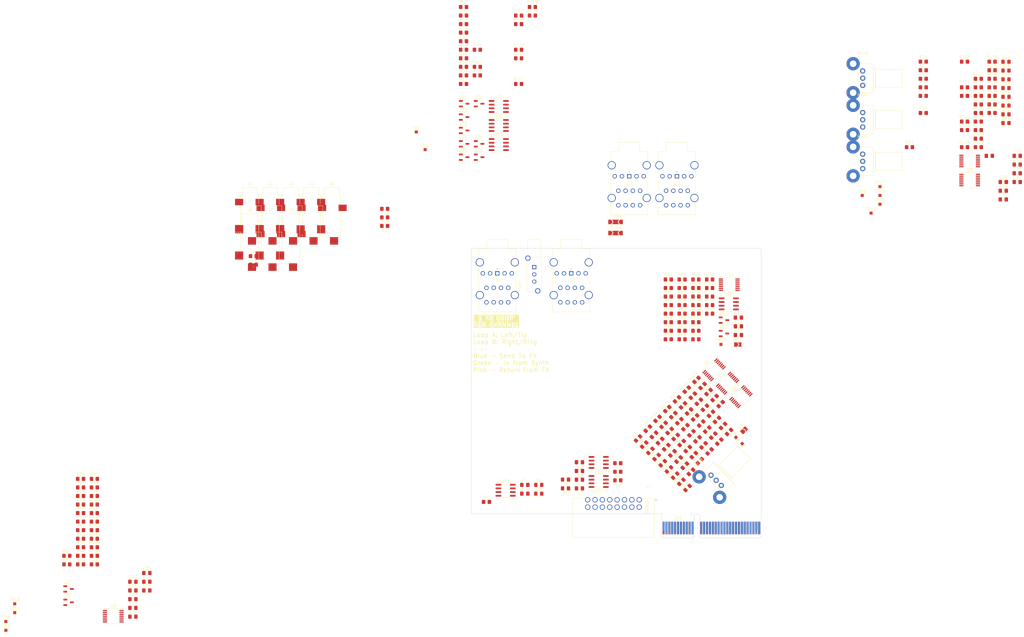
<source format=kicad_pcb>
(kicad_pcb (version 20240108) (generator "pcbnew") (generator_version "8.0")
  (layers (0 "F.Cu" signal) (31 "B.Cu" signal) (34 "B.Paste" user) (35 "F.Paste" user) (36 "B.SilkS" user "B.Silkscreen") (37 "F.SilkS" user "F.Silkscreen") (38 "B.Mask" user) (39 "F.Mask" user) (44 "Edge.Cuts" user))
  (net 0 "")
  (net 1 "/+12v")
  (net 2 "/-12v")
  (net 3 "GND")
  (net 4 "+5V")
  (net 5 "+12V")
  (net 6 "-12V")
  (net 7 "Net-(D4-K)")
  (net 8 "Net-(D4-A)")
  (net 9 "Net-(D5-K)")
  (net 10 "Net-(D6-K)")
  (net 11 "Net-(D7-A)")
  (net 12 "/CON_CV")
  (net 13 "/CON_GATE")
  (net 14 "/+5")
  (net 42 "Net-(J20-PRSNT_A)")
  (net 46 "Net-(Q1-C)")
  (net 47 "Net-(Q1-B)")
  (net 48 "Net-(Q1-E)")
  (net 49 "Net-(Q2-E)")
  (net 50 "Net-(Q3-B)")
  (net 51 "Net-(Q3-C)")
  (net 52 "Net-(Q3-E)")
  (net 53 "Net-(Q4-E)")
  (net 54 "Net-(Q5-E)")
  (net 55 "Net-(Q5-B)")
  (net 56 "Net-(Q5-C)")
  (net 57 "Net-(Q6-E)")
  (net 58 "Net-(Q7-E)")
  (net 59 "Net-(C10-Pad2)")
  (net 60 "/Output Stage/+12v")
  (net 61 "Net-(Q8-E)")
  (net 62 "/Output Stage/-12v")
  (net 63 "Net-(C13-Pad1)")
  (net 64 "Net-(C13-Pad2)")
  (net 65 "Net-(D13-A)")
  (net 66 "/FOLD_2_OUT")
  (net 67 "Net-(R3-Pad1)")
  (net 68 "Net-(R8-Pad1)")
  (net 69 "Net-(D3-K)")
  (net 70 "Net-(D8-K)")
  (net 71 "Net-(D10-A)")
  (net 72 "Net-(D10-K)")
  (net 73 "Net-(D11-K)")
  (net 74 "Net-(U8D-+)")
  (net 75 "Net-(C19-Pad1)")
  (net 76 "Net-(U9A-+)")
  (net 77 "Net-(U9B-+)")
  (net 78 "Net-(J4-PadT)")
  (net 79 "Net-(C22-Pad2)")
  (net 80 "Net-(U4A--)")
  (net 81 "Net-(R30-Pad2)")
  (net 82 "Net-(C22-Pad1)")
  (net 83 "Net-(C23-Pad2)")
  (net 84 "Net-(C24-Pad2)")
  (net 85 "Net-(R40-Pad2)")
  (net 86 "Net-(U4B--)")
  (net 87 "Net-(C25-Pad1)")
  (net 88 "Net-(U4B-+)")
  (net 89 "Net-(U9D-+)")
  (net 90 "Net-(C26-Pad1)")
  (net 92 "Net-(R69-Pad1)")
  (net 93 "Net-(C27-Pad1)")
  (net 94 "/Oscillators/INV_OSC1")
  (net 95 "Net-(U5A--)")
  (net 96 "Net-(C30-Pad2)")
  (net 97 "Net-(U5B--)")
  (net 98 "/Oscillators/INV_OSC2")
  (net 99 "Net-(C32-Pad2)")
  (net 100 "/Oscillators/INV_OSC3")
  (net 101 "Net-(U5C--)")
  (net 102 "Net-(C34-Pad2)")
  (net 103 "/Oscillators/INV_OSC4")
  (net 104 "Net-(U5D--)")
  (net 105 "Net-(U14D-+)")
  (net 106 "Net-(D2-A)")
  (net 107 "Net-(D2-K)")
  (net 108 "Net-(D12-K)")
  (net 109 "Net-(D13-K)")
  (net 110 "/Oscillators/SYNC_IN")
  (net 111 "Net-(D15-K)")
  (net 112 "Net-(D16-A)")
  (net 113 "Net-(D16-K)")
  (net 114 "Net-(D17-K)")
  (net 115 "Net-(D18-K)")
  (net 116 "Net-(D18-A)")
  (net 117 "Net-(D19-K)")
  (net 118 "Net-(D20-K)")
  (net 119 "Net-(D20-A)")
  (net 120 "Net-(D21-K)")
  (net 121 "Net-(D22-A)")
  (net 122 "Net-(D22-K)")
  (net 123 "TO OUTPUT STAGE")
  (net 124 "/Filter Stage/FX_SEND")
  (net 127 "Net-(Q9-E)")
  (net 128 "Net-(Q10-C)")
  (net 129 "Net-(Q10-B)")
  (net 130 "Net-(Q10-E)")
  (net 131 "Net-(Q11-C)")
  (net 132 "Net-(Q11-B)")
  (net 133 "Net-(Q11-E)")
  (net 134 "Net-(Q12-B)")
  (net 135 "Net-(Q12-C)")
  (net 136 "/Oscillators/FOLD_1_CTRL_1")
  (net 137 "/Oscillators/FOLD_1_IN")
  (net 138 "Net-(U6B--)")
  (net 139 "Net-(U10B--)")
  (net 140 "Net-(R16-Pad2)")
  (net 141 "TO FILTER STAGE")
  (net 142 "/Output Stage/VCA_1_CV")
  (net 143 "/Oscillators/INV_TRI1")
  (net 144 "Net-(R35-Pad1)")
  (net 145 "Net-(U5A-+)")
  (net 146 "Net-(R49-Pad2)")
  (net 147 "Net-(R50-Pad1)")
  (net 148 "Net-(U7B--)")
  (net 149 "Net-(R51-Pad1)")
  (net 150 "Net-(R52-Pad1)")
  (net 151 "Net-(U7A-+)")
  (net 152 "Net-(R63-Pad2)")
  (net 153 "Net-(R67-Pad2)")
  (net 154 "/Output Stage/VCA_1_OUT")
  (net 155 "Net-(U7D-+)")
  (net 156 "Net-(U7A--)")
  (net 157 "Net-(U7D--)")
  (net 158 "Net-(U7C--)")
  (net 159 "Net-(R77-Pad1)")
  (net 160 "Net-(R79-Pad2)")
  (net 161 "Net-(U8B--)")
  (net 162 "Net-(U8C--)")
  (net 163 "Net-(U8D--)")
  (net 164 "Net-(U9A--)")
  (net 165 "Net-(U9B--)")
  (net 166 "Net-(R91-Pad2)")
  (net 167 "/Oscillators/WHT_1")
  (net 168 "/Oscillators/WHT_2")
  (net 169 "Net-(U9C-+)")
  (net 170 "Net-(U9C--)")
  (net 171 "Net-(U9D--)")
  (net 172 "Net-(R104-Pad2)")
  (net 173 "Net-(R105-Pad2)")
  (net 174 "/Oscillators/BLUE")
  (net 175 "/Oscillators/PINK")
  (net 176 "Net-(U6A--)")
  (net 177 "/Oscillators/INV_TRI2")
  (net 178 "Net-(U5B-+)")
  (net 179 "Net-(U10A--)")
  (net 180 "Net-(R119-Pad2)")
  (net 181 "/Oscillators/INV_TRI3")
  (net 182 "Net-(U5C-+)")
  (net 183 "/Oscillators/INV_TRI4")
  (net 184 "Net-(U5D-+)")
  (net 185 "Net-(U14C-+)")
  (net 186 "Net-(U14C--)")
  (net 187 "Net-(U14D--)")
  (net 188 "Net-(R142-Pad2)")
  (net 189 "/Output Stage/FX_RETURN_WET")
  (net 190 "Net-(R150-Pad2)")
  (net 191 "/Filter Stage/FX_RETURN_WET")
  (net 192 "Net-(U8A-+)")
  (net 200 "/TRI_1")
  (net 201 "/FOLD_1_IN")
  (net 202 "/TRI_2")
  (net 203 "/FOLD_2_IN")
  (net 205 "/FOLD_1_OUT")
  (net 209 "/SAW1")
  (net 211 "/PWM1")
  (net 212 "/SAW_1")
  (net 213 "/S2T_IN_1")
  (net 214 "/Output Stage/FX_RETURN_B")
  (net 215 "/Filter Stage/FX_RETURN_A")
  (net 216 "Net-(U14B-+)")
  (net 218 "/Filter Stage/OFFBOARD_FX_B")
  (net 220 "/Filter Stage/OFFBOARD_FX_A")
  (net 222 "/Filter Stage/FX_SEND_A")
  (net 225 "/Filter Stage/FX_SEND_B")
  (net 227 "/Filter Stage/FX_RETURN_B")
  (net 228 "Net-(J13-R_B)")
  (net 235 "/Output Stage/OFFBOARD_FX_B")
  (net 236 "/Output Stage/FX_SEND")
  (net 237 "/Output Stage/FX_SEND_B")
  (net 238 "Net-(U14A-+)")
  (net 239 "Net-(U14A--)")
  (net 240 "Net-(U14B--)")
  (net 241 "/Oscillators/DEFAULT_TRI_A")
  (net 246 "/Oscillators/FOLD_2_IN")
  (net 249 "/Oscillators/DEFAULT_TRI_B")
  (net 250 "/Oscillators/FOLD_2_OUT")
  (footprint "Resistor_SMD:R_0805_2012Metric_Pad1.20x1.40mm_HandSolder" (layer "F.Cu") (at 182.105 79.2)
    (property "Reference" "R139")
    (property "Value" "1M")
  )
  (footprint "Resistor_SMD:R_0805_2012Metric_Pad1.20x1.40mm_HandSolder" (layer "F.Cu") (at -30.145 148)
    (property "Reference" "R90")
    (property "Value" "100k")
  )
  (footprint "Package_TO_SOT_SMD:SOT-23-3" (layer "F.Cu") (at 102.1625 6.775)
    (property "Reference" "Q1")
    (property "Value" "BC558")
  )
  (footprint "Resistor_SMD:R_0805_2012Metric_Pad1.20x1.40mm_HandSolder" (layer "F.Cu") (at 106.7125 -5.94)
    (property "Reference" "R47")
    (property "Value" "20k")
  )
  (footprint "Capacitor_SMD:C_0805_2012Metric_Pad1.18x1.45mm_HandSolder" (layer "F.Cu") (at 169.779772 123.144763 45)
    (property "Reference" "C15")
    (property "Value" "1nF")
  )
  (footprint "Capacitor_SMD:C_0805_2012Metric_Pad1.18x1.45mm_HandSolder" (layer "F.Cu") (at 283.335 24.755)
    (property "Reference" "C10")
    (property "Value" "10uf")
  )
  (footprint "Resistor_SMD:R_0805_2012Metric_Pad1.20x1.40mm_HandSolder" (layer "F.Cu") (at 182.105 85.1)
    (property "Reference" "R141")
    (property "Value" "150k")
  )
  (footprint "Resistor_SMD:R_0805_2012Metric_Pad1.20x1.40mm_HandSolder" (layer "F.Cu") (at -25.395 136.2)
    (property "Reference" "R97")
    (property "Value" "470k")
  )
  (footprint "Resistor_SMD:R_0805_2012Metric_Pad1.20x1.40mm_HandSolder" (layer "F.Cu") (at 186.855 79.2)
    (property "Reference" "RV23")
    (property "Value" "100k")
  )
  (footprint "Resistor_SMD:R_0805_2012Metric_Pad1.20x1.40mm_HandSolder" (layer "F.Cu") (at 120.9625 -0.04)
    (property "Reference" "R117")
    (property "Value" "10k")
  )
  (footprint "Resistor_SMD:R_0805_2012Metric_Pad1.20x1.40mm_HandSolder" (layer "F.Cu") (at 182.105 73.3)
    (property "Reference" "R137")
    (property "Value" "1k")
  )
  (footprint "Resistor_SMD:R_0805_2012Metric_Pad1.20x1.40mm_HandSolder" (layer "F.Cu") (at 193.559773 120.01228 45)
    (property "Reference" "RV13")
    (property "Value" "100k")
  )
  (footprint "Resistor_SMD:R_0805_2012Metric_Pad1.20x1.40mm_HandSolder" (layer "F.Cu") (at 74.7675 45.995001 180)
    (property "Reference" "RV1")
    (property "Value" "10k")
  )
  (footprint "Resistor_SMD:R_0805_2012Metric_Pad1.20x1.40mm_HandSolder" (layer "F.Cu") (at 279.555 12.925)
    (property "Reference" "R126")
    (property "Value" "10k")
  )
  (footprint "Resistor_SMD:R_0805_2012Metric_Pad1.20x1.40mm_HandSolder" (layer "F.Cu") (at 178.498398 118.385934 45)
    (property "Reference" "R72")
    (property "Value" "33k")
  )
  (footprint "Resistor_SMD:R_0805_2012Metric_Pad1.20x1.40mm_HandSolder" (layer "F.Cu") (at 182.105 70.35)
    (property "Reference" "R136")
    (property "Value" "20k")
  )
  (footprint "Package_SO:SOIC-8_3.9x4.9mm_P1.27mm" (layer "F.Cu") (at 148.58 137.105 180)
    (property "Reference" "U12")
    (property "Value" "TL072")
  )
  (footprint "AT-Footprints:STX-4335-5BGP-S1_KYC" (layer "F.Cu") (at 139.105 65.3)
    (property "Reference" "J13")
    (property "Value" "NOISE")
  )
  (footprint "Resistor_SMD:R_0805_2012Metric_Pad1.20x1.40mm_HandSolder" (layer "F.Cu") (at -30.145 156.85)
    (property "Reference" "R93")
    (property "Value" "1k")
  )
  (footprint "Resistor_SMD:R_0805_2012Metric_Pad1.20x1.40mm_HandSolder" (layer "F.Cu") (at 279.555 21.775)
    (property "Reference" "R129")
    (property "Value" "1k")
  )
  (footprint "TestPoint:TestPoint_Pad_1.0x1.0mm" (layer "F.Cu") (at -52.895 179.3)
    (property "Reference" "TP10")
    (property "Value" "BLUE")
  )
  (footprint "Resistor_SMD:R_0805_2012Metric_Pad1.20x1.40mm_HandSolder" (layer "F.Cu") (at 74.7675 43.045001 180)
    (property "Reference" "RV2")
    (property "Value" "10k")
  )
  (footprint "Resistor_SMD:R_0805_2012Metric_Pad1.20x1.40mm_HandSolder" (layer "F.Cu") (at 190.201016 123.371037 45)
    (property "Reference" "R144")
    (property "Value" "20k")
  )
  (footprint "Resistor_SMD:R_0805_2012Metric_Pad1.20x1.40mm_HandSolder" (layer "F.Cu") (at 182.316775 102.051768 45)
    (property "Reference" "RV14")
    (property "Value" "100k")
  )
  (footprint "Package_SO:SOIC-8_3.9x4.9mm_P1.27mm" (layer "F.Cu") (at 114.1125 20.87)
    (property "Reference" "U10")
    (property "Value" "TL072")
  )
  (footprint "TestPoint:TestPoint_Pad_1.0x1.0mm" (layer "F.Cu") (at 195.92858 121.886113 45)
    (property "Reference" "TP6")
    (property "Value" "VCF IN")
  )
  (footprint "TestPoint:TestPoint_Pad_1.0x1.0mm" (layer "F.Cu") (at 190.755 89.81)
    (property "Reference" "TP17")
    (property "Value" "VCA IN")
  )
  (footprint "Resistor_SMD:R_0805_2012Metric_Pad1.20x1.40mm_HandSolder" (layer "F.Cu") (at -25.395 145.05)
    (property "Reference" "R100")
    (property "Value" "20k")
  )
  (footprint "AT-Footprints:STX-4335-5BGP-S1_KYC" (layer "F.Cu") (at 175.5725 31.800032)
    (property "Reference" "J11")
    (property "Value" "WAVE B")
  )
  (footprint "Resistor_SMD:R_0805_2012Metric_Pad1.20x1.40mm_HandSolder" (layer "F.Cu") (at 106.7125 -2.99)
    (property "Reference" "R48")
    (property "Value" "20k")
  )
  (footprint "Resistor_SMD:R_0805_2012Metric_Pad1.20x1.40mm_HandSolder" (layer "F.Cu") (at 186.855 67.4)
    (property "Reference" "R143")
    (property "Value" "1k")
  )
  (footprint "Diode_SMD:D_0805_2012Metric_Pad1.15x1.40mm_HandSolder" (layer "F.Cu") (at 177.098327 137.216188 45)
    (property "Reference" "D13")
    (property "Value" "1N4148W")
  )
  (footprint "Resistor_SMD:R_0805_2012Metric_Pad1.20x1.40mm_HandSolder" (layer "F.Cu") (at 186.029086 119.199107 45)
    (property "Reference" "R82")
    (property "Value" "100k")
  )
  (footprint "Package_SO:SOIC-8_3.9x4.9mm_P1.27mm" (layer "F.Cu") (at 193.455 75.83)
    (property "Reference" "U3")
    (property "Value" "TL072")
  )
  (footprint "Resistor_SMD:R_0805_2012Metric_Pad1.20x1.40mm_HandSolder" (layer "F.Cu") (at 184.40274 104.137733 45)
    (property "Reference" "RV15")
    (property "Value" "100k")
  )
  (footprint "Resistor_SMD:R_0805_2012Metric_Pad1.20x1.40mm_HandSolder" (layer "F.Cu") (at -25.395 156.85)
    (property "Reference" "R104")
    (property "Value" "33k")
  )
  (footprint "TestPoint:TestPoint_Pad_1.0x1.0mm" (layer "F.Cu") (at 242.555 44.525)
    (property "Reference" "TP13")
    (property "Value" "SYNC2")
  )
  (footprint "Capacitor_SMD:C_0805_2012Metric_Pad1.18x1.45mm_HandSolder" (layer "F.Cu") (at -7.305 174.7)
    (property "Reference" "C27")
    (property "Value" "5.6nF")
  )
  (footprint "Resistor_SMD:R_0805_2012Metric_Pad1.20x1.40mm_HandSolder" (layer "F.Cu") (at -34.895 165.7)
    (property "Reference" "R85")
    (property "Value" "100k")
  )
  (footprint "Resistor_SMD:R_0805_2012Metric_Pad1.20x1.40mm_HandSolder" (layer "F.Cu") (at 181.397536 128.002587 45)
    (property "Reference" "R55")
    (property "Value" "14k")
  )
  (footprint "Resistor_SMD:R_0805_2012Metric_Pad1.20x1.40mm_HandSolder" (layer "F.Cu") (at -30.145 165.7)
    (property "Reference" "R96")
    (property "Value" "1M")
  )
  (footprint "Jumper:SolderJumper-2_P1.3mm_Open_TrianglePad1.0x1.5mm" (layer "F.Cu") (at 196.555 89.86)
    (property "Reference" "JP1")
    (property "Value" "NOFX")
  )
  (footprint "Resistor_SMD:R_0805_2012Metric_Pad1.20x1.40mm_HandSolder" (layer "F.Cu") (at 172.605 82.15)
    (property "Reference" "R58")
    (property "Value" "100R")
  )
  (footprint "LED_SMD:LED_0805_2012Metric_Pad1.15x1.40mm_HandSolder" (layer "F.Cu") (at 289.09 7.41)
    (property "Reference" "D20")
    (property "Value" "OSC")
  )
  (footprint "Resistor_SMD:R_0805_2012Metric_Pad1.20x1.40mm_HandSolder" (layer "F.Cu") (at 189.387843 115.84035 45)
    (property "Reference" "R150")
    (property "Value" "10k")
  )
  (footprint "Jumper:SolderJumper-3_P2.0mm_Open_TrianglePad1.0x1.5mm" (layer "F.Cu") (at 154.3914 51.400598)
    (property "Reference" "JP4")
    (property "Value" "Default Triangle B")
  )
  (footprint "Resistor_SMD:R_0805_2012Metric_Pad1.20x1.40mm_HandSolder" (layer "F.Cu") (at -25.395 159.8)
    (property "Reference" "R105")
    (property "Value" "100k")
  )
  (footprint "Resistor_SMD:R_0805_2012Metric_Pad1.20x1.40mm_HandSolder" (layer "F.Cu") (at 274.805 1.125)
    (property "Reference" "R111")
    (property "Value" "1k")
  )
  (footprint "Resistor_SMD:R_0805_2012Metric_Pad1.20x1.40mm_HandSolder" (layer "F.Cu") (at 274.805 -7.725)
    (property "Reference" "R108")
    (property "Value" "1k")
  )
  (footprint "Resistor_SMD:R_0805_2012Metric_Pad1.20x1.40mm_HandSolder" (layer "F.Cu") (at 109.8675 144.149999)
    (property "Reference" "R4")
    (property "Value" "150")
  )
  (footprint "Capacitor_SMD:C_0805_2012Metric_Pad1.18x1.45mm_HandSolder" (layer "F.Cu") (at 123.0975 138.279999)
    (property "Reference" "C1")
    (property "Value" "100nF")
  )
  (footprint "Diode_SMD:D_0805_2012Metric_Pad1.15x1.40mm_HandSolder" (layer "F.Cu") (at 170.691939 130.809801 45)
    (property "Reference" "D10")
    (property "Value" "1N4148W")
  )
  (footprint "Jumper:SolderJumper-2_P1.3mm_Open_TrianglePad1.0x1.5mm" (layer "F.Cu") (at 198.721652 119.446595 45)
    (property "Reference" "JP2")
    (property "Value" "NOFX")
  )
  (footprint "Resistor_SMD:R_0805_2012Metric_Pad1.20x1.40mm_HandSolder" (layer "F.Cu") (at 279.555 -1.825)
    (property "Reference" "R121")
    (property "Value" "1M")
  )
  (footprint "Resistor_SMD:R_0805_2012Metric_Pad1.20x1.40mm_HandSolder" (layer "F.Cu") (at 190.660635 110.395628 45)
    (property "Reference" "RV24")
    (property "Value" "100k")
  )
  (footprint "Connector_Audio:Jack_3.5mm_CUI_SJ-3524-SMT_Horizontal" (layer "F.Cu") (at 42.38 44.299999)
    (property "Reference" "J3")
    (property "Value" "Laundry")
  )
  (footprint "Resistor_SMD:R_0805_2012Metric_Pad1.20x1.40mm_HandSolder" (layer "F.Cu") (at 177.355 85.1)
    (property "Reference" "R67")
    (property "Value" "100k")
  )
  (footprint "Resistor_SMD:R_0805_2012Metric_Pad1.20x1.40mm_HandSolder" (layer "F.Cu") (at 125.7125 -26.59)
    (property "Reference" "R119")
    (property "Value" "200k")
  )
  (footprint "Capacitor_SMD:C_0805_2012Metric_Pad1.18x1.45mm_HandSolder" (layer "F.Cu") (at 141.95 130.465 180)
    (property "Reference" "C6")
    (property "Value" "100nF")
  )
  (footprint "Resistor_SMD:R_0805_2012Metric_Pad1.20x1.40mm_HandSolder" (layer "F.Cu") (at 172.605 67.4)
    (property "Reference" "R30")
    (property "Value" "20k")
  )
  (footprint "Resistor_SMD:R_0805_2012Metric_Pad1.20x1.40mm_HandSolder" (layer "F.Cu") (at 172.605 79.2)
    (property "Reference" "R40")
    (property "Value" "82k")
  )
  (footprint "Resistor_SMD:R_0805_2012Metric_Pad1.20x1.40mm_HandSolder" (layer "F.Cu") (at 260.555 -7.725)
    (property "Reference" "R34")
    (property "Value" "1k")
  )
  (footprint "Resistor_SMD:R_0805_2012Metric_Pad1.20x1.40mm_HandSolder" (layer "F.Cu") (at 177.355 76.25)
    (property "Reference" "R64")
    (property "Value" "10k")
  )
  (footprint "Diode_SMD:D_0805_2012Metric_Pad1.15x1.40mm_HandSolder" (layer "F.Cu") (at 172.827402 132.945263 45)
    (property "Reference" "D11")
    (property "Value" "1N4148W")
  )
  (footprint "Capacitor_SMD:C_0805_2012Metric_Pad1.18x1.45mm_HandSolder" (layer "F.Cu") (at 196.785 86.58)
    (property "Reference" "C36")
    (property "Value" "10uF")
  )
  (footprint "Package_TO_SOT_SMD:SOT-23-3" (layer "F.Cu") (at -34.295 178.795)
    (property "Reference" "Q8")
    (property "Value" "BC548")
  )
  (footprint "Resistor_SMD:R_0805_2012Metric_Pad1.20x1.40mm_HandSolder" (layer "F.Cu") (at 177.355 70.35)
    (property "Reference" "R62")
    (property "Value" "100R")
  )
  (footprint "Resistor_SMD:R_0805_2012Metric_Pad1.20x1.40mm_HandSolder" (layer "F.Cu") (at 177.685225 110.855247 45)
    (property "Reference" "R78")
    (property "Value" "100k")
  )
  (footprint "Diode_SMD:D_0805_2012Metric_Pad1.15x1.40mm_HandSolder" (layer "F.Cu") (at 164.285552 124.403413 45)
    (property "Reference" "D3")
    (property "Value" "1N4148W")
  )
  (footprint "Resistor_SMD:R_0805_2012Metric_Pad1.20x1.40mm_HandSolder" (layer "F.Cu") (at 101.9625 -26.59)
    (property "Reference" "R2")
    (property "Value" "51k")
  )
  (footprint "Resistor_SMD:R_0805_2012Metric_Pad1.20x1.40mm_HandSolder" (layer "F.Cu") (at 260.555 -1.825)
    (property "Reference" "R41")
    (property "Value" "100k")
  )
  (footprint "Capacitor_SMD:C_0805_2012Metric_Pad1.18x1.45mm_HandSolder" (layer "F.Cu") (at 292.955 33.785)
    (property "Reference" "C35")
    (property "Value" "100nf")
  )
  (footprint "Resistor_SMD:R_0805_2012Metric_Pad1.20x1.40mm_HandSolder" (layer "F.Cu") (at 185.215913 111.66842 45)
    (property "Reference" "R148")
    (property "Value" "470R")
  )
  (footprint "Resistor_SMD:R_0805_2012Metric_Pad1.20x1.40mm_HandSolder" (layer "F.Cu") (at 29.455 62.299999)
    (property "Reference" "R3")
    (property "Value" "1k")
  )
  (footprint "Capacitor_SMD:C_0805_2012Metric_Pad1.18x1.45mm_HandSolder" (layer "F.Cu") (at -7.305 168.68)
    (property "Reference" "C25")
    (property "Value" "680pF")
  )
  (footprint "Resistor_SMD:R_0805_2012Metric_Pad1.20x1.40mm_HandSolder" (layer "F.Cu") (at 182.105 88.05)
    (property "Reference" "R142")
    (property "Value" "10k")
  )
  (footprint "TestPoint:TestPoint_Pad_1.0x1.0mm" (layer "F.Cu") (at -52.895 182.35)
    (property "Reference" "TP11")
    (property "Value" "PINK")
  )
  (footprint "Resistor_SMD:R_0805_2012Metric_Pad1.20x1.40mm_HandSolder" (layer "F.Cu") (at -25.395 142.1)
    (property "Reference" "R99")
    (property "Value" "47k")
  )
  (footprint "Resistor_SMD:R_0805_2012Metric_Pad1.20x1.40mm_HandSolder" (layer "F.Cu") (at 170.967711 117.572762 45)
    (property "Reference" "R50")
    (property "Value" "100k")
  )
  (footprint "Resistor_SMD:R_0805_2012Metric_Pad1.20x1.40mm_HandSolder" (layer "F.Cu") (at 173.053676 119.658727 45)
    (property "Reference" "R51")
    (property "Value" "68k")
  )
  (footprint "TestPoint:TestPoint_Pad_1.0x1.0mm" (layer "F.Cu") (at 245.605 35.375)
    (property "Reference" "TP14")
    (property "Value" "SYNC3")
  )
  (footprint "TestPoint:TestPoint_Pad_1.0x1.0mm" (layer "F.Cu") (at 198.085256 124.042789 45)
    (property "Reference" "TP7")
    (property "Value" "FILTER")
  )
  (footprint "Resistor_SMD:R_0805_2012Metric_Pad1.20x1.40mm_HandSolder" (layer "F.Cu") (at 284.305 1.125)
    (property "Reference" "R133")
    (property "Value" "10k")
  )
  (footprint "Resistor_SMD:R_0805_2012Metric_Pad1.20x1.40mm_HandSolder" (layer "F.Cu") (at 260.555 -4.775)
    (property "Reference" "R37")
    (property "Value" "1k")
  )
  (footprint "Resistor_SMD:R_0805_2012Metric_Pad1.20x1.40mm_HandSolder" (layer "F.Cu") (at 274.805 4.075)
    (property "Reference" "R112")
    (property "Value" "1k")
  )
  (footprint "Resistor_SMD:R_0805_2012Metric_Pad1.20x1.40mm_HandSolder" (layer "F.Cu") (at 101.9625 -17.74)
    (property "Reference" "R11")
    (property "Value" "10k")
  )
  (footprint "Resistor_SMD:R_0805_2012Metric_Pad1.20x1.40mm_HandSolder" (layer "F.Cu") (at 172.240503 112.128039 45)
    (property "Reference" "R57")
    (property "Value" "27k")
  )
  (footprint "Connector_Audio:Jack_3.5mm_CUI_SJ-3524-SMT_Horizontal" (layer "F.Cu") (at 42.380001 53.349999)
    (property "Reference" "J8")
    (property "Value" "Triange Gen")
  )
  (footprint "Capacitor_SMD:C_0805_2012Metric_Pad1.18x1.45mm_HandSolder" (layer "F.Cu") (at 123.0975 141.289999)
    (property "Reference" "C2")
    (property "Value" "100nF")
  )
  (footprint "TestPoint:TestPoint_Pad_1.0x1.0mm" (layer "F.Cu") (at -55.945 185.4)
    (property "Reference" "TP8")
    (property "Value" "WHT1")
  )
  (footprint "Resistor_SMD:R_0805_2012Metric_Pad1.20x1.40mm_HandSolder" (layer "F.Cu") (at 180.584363 120.471899 45)
    (property "Reference" "R73")
    (property "Value" "33k")
  )
  (footprint "Package_SO:SOIC-8_3.9x4.9mm_P1.27mm" (layer "F.Cu") (at 114.1125 7.73)
    (property "Reference" "U2")
    (property "Value" "TL072")
  )
  (footprint "Package_SO:TSSOP-14_4.4x5mm_P0.65mm" (layer "F.Cu") (at 276.555 33.105)
    (property "Reference" "U5")
    (property "Value" "TL074")
  )
  (footprint "Resistor_SMD:R_0805_2012Metric_Pad1.20x1.40mm_HandSolder" (layer "F.Cu") (at 284.305 -1.825)
    (property "Reference" "R132")
    (property "Value" "100k")
  )
  (footprint "Connector_Audio:Jack_3.5mm_CUI_SJ-3524-SMT_Horizontal" (layer "F.Cu") (at 28.23 44.299999)
    (property "Reference" "J1")
    (property "Value" "Folder")
  )
  (footprint "Resistor_SMD:R_0805_2012Metric_Pad1.20x1.40mm_HandSolder" (layer "F.Cu") (at 191.473808 117.926315 45)
    (property "Reference" "R151")
    (property "Value" "1k")
  )
  (footprint "Resistor_SMD:R_0805_2012Metric_Pad1.20x1.40mm_HandSolder" (layer "F.Cu") (at 175.59926 108.769282 45)
    (property "Reference" "R77")
    (property "Value" "2k")
  )
  (footprint "Resistor_SMD:R_0805_2012Metric_Pad1.20x1.40mm_HandSolder" (layer "F.Cu") (at 106.7125 -11.84)
    (property "Reference" "R45")
    (property "Value" "51k")
  )
  (footprint "Potentiometer_THT:Potentiometer_Bourns_PTV09A-2_Single_Horizontal" (layer "F.Cu") (at 239.655 14.825)
    (property "Reference" "RV20")
    (property "Value" "250k")
  )
  (footprint "Resistor_SMD:R_0805_2012Metric_Pad1.20x1.40mm_HandSolder" (layer "F.Cu") (at 284.305 4.075)
    (property "Reference" "R134")
    (property "Value" "2k")
  )
  (footprint "Resistor_SMD:R_0805_2012Metric_Pad1.20x1.40mm_HandSolder" (layer "F.Cu") (at 260.555 4.075)
    (property "Reference" "R44")
    (property "Value" "2k")
  )
  (footprint "Resistor_SMD:R_0805_2012Metric_Pad1.20x1.40mm_HandSolder" (layer "F.Cu") (at 101.9625 -2.99)
    (property "Reference" "R16")
    (property "Value" "200k")
  )
  (footprint "Jumper:SolderJumper-3_P2.0mm_Open_TrianglePad1.0x1.5mm" (layer "F.Cu") (at 154.3914 47.555598)
    (property "Reference" "JP3")
    (property "Value" "Default Triangle A")
  )
  (footprint "LED_SMD:LED_0805_2012Metric_Pad1.15x1.40mm_HandSolder" (layer "F.Cu") (at 137.135 139.47 180)
    (property "Reference" "D6")
    (property "Value" "12V OK")
  )
  (footprint "Resistor_SMD:R_0805_2012Metric_Pad1.20x1.40mm_HandSolder" (layer "F.Cu") (at 174.326468 114.214004 45)
    (property "Reference" "R70")
    (property "Value" "33k")
  )
  (footprint "Capacitor_SMD:C_0805_2012Metric_Pad1.18x1.45mm_HandSolder" (layer "F.Cu") (at 165.522989 118.88798 45)
    (property "Reference" "C13")
    (property "Value" "1uF")
  )
  (footprint "Diode_SMD:D_0805_2012Metric_Pad1.15x1.40mm_HandSolder" (layer "F.Cu") (at 166.421014 126.538876 45)
    (property "Reference" "D8")
    (property "Value" "1N4148W")
  )
  (footprint "Resistor_SMD:R_0805_2012Metric_Pad1.20x1.40mm_HandSolder" (layer "F.Cu") (at -30.145 162.75)
    (property "Reference" "R95")
    (property "Value" "4k7")
  )
  (footprint "Resistor_SMD:R_0805_2012Metric_Pad1.20x1.40mm_HandSolder" (layer "F.Cu") (at 183.94312 117.113142 45)
    (property "Reference" "R81")
    (property "Value" "33k")
  )
  (footprint "Capacitor_SMD:C_0805_2012Metric_Pad1.18x1.45mm_HandSolder" (layer "F.Cu") (at 176.164946 129.529937 45)
    (property "Reference" "C18")
    (property "Value" "1nF")
  )
  (footprint "Package_SO:TSSOP-14_4.4x5mm_P0.65mm" (layer "F.Cu") (at -18.895 183.595)
    (property "Reference" "U9")
    (property "Value" "TL074")
  )
  (footprint "Package_SO:SOIC-8_3.9x4.9mm_P1.27mm" (layer "F.Cu") (at 148.58 130.535 180)
    (property "Reference" "U13")
    (property "Value" "TL072")
  )
  (footprint "Capacitor_SMD:C_0805_2012Metric_Pad1.18x1.45mm_HandSolder" (layer "F.Cu") (at -12.115 183.73)
    (property "Reference" "C24")
    (property "Value" "680p")
  )
  (footprint "Capacitor_SMD:C_0805_2012Metric_Pad1.18x1.45mm_HandSolder" (layer "F.Cu") (at 288.145 33.785)
    (property "Reference" "C29")
    (property "Value" "100nf")
  )
  (footprint "Diode_SMD:D_0805_2012Metric_Pad1.15x1.40mm_HandSolder" (layer "F.Cu") (at 162.15009 122.267951 45)
    (property "Reference" "D2")
    (property "Value" "1N4148W")
  )
  (footprint "Resistor_SMD:R_0805_2012Metric_Pad1.20x1.40mm_HandSolder" (layer "F.Cu") (at 186.842258 126.729794 45)
    (property "Reference" "R76")
    (property "Value" "33k")
  )
  (footprint "Package_TO_SOT_SMD:SOT-23-3" (layer "F.Cu") (at 191.805 81.445)
    (property "Reference" "Q11")
    (property "Value" "BC548")
  )
  (footprint "Resistor_SMD:R_0805_2012Metric_Pad1.20x1.40mm_HandSolder" (layer "F.Cu") (at 184.756293 124.643829 45)
    (property "Reference" "R75")
    (property "Value" "33k")
  )
  (footprint "Capacitor_SMD:C_0805_2012Metric_Pad1.18x1.45mm_HandSolder" (layer "F.Cu") (at -7.305 171.69)
    (property "Reference" "C26")
    (property "Value" "2.2nF")
  )
  (footprint "Resistor_SMD:R_0805_2012Metric_Pad1.20x1.40mm_HandSolder" (layer "F.Cu") (at 179.77119 112.941212 45)
    (property "Reference" "R79")
    (property "Value" "1k")
  )
  (footprint "Connector_Audio:Jack_3.5mm_CUI_SJ-3524-SMT_Horizontal" (layer "F.Cu") (at 28.23 53.349999)
    (property "Reference" "J6")
    (property "Value" "Saw")
  )
  (footprint "Resistor_SMD:R_0805_2012Metric_Pad1.20x1.40mm_HandSolder" (layer "F.Cu") (at -25.395 165.7)
    (property "Reference" "R107")
    (property "Value" "1k")
  )
  (footprint "Diode_SMD:D_0805_2012Metric_Pad1.15x1.40mm_HandSolder" (layer "F.Cu") (at 289.09 -7.69)
    (property "Reference" "D15")
    (property "Value" "1N4001")
  )
  (footprint "TestPoint:TestPoint_Pad_1.0x1.0mm" (layer "F.Cu") (at 85.6625 16.51)
    (property "Reference" "TP1")
    (property "Value" "TRI")
  )
  (footprint "AT-Footprints:STX-4335-5BGP-S1_KYC" (layer "F.Cu") (at 113.6125 65.3)
    (property "Reference" "J9")
    (property "Value" "FX LOOP")
  )
  (footprint "Resistor_SMD:R_0805_2012Metric_Pad1.20x1.40mm_HandSolder" (layer "F.Cu") (at 279.555 9.975)
    (property "Reference" "R125")
    (property "Value" "100k")
  )
  (footprint "Capacitor_SMD:C_0805_2012Metric_Pad1.18x1.45mm_HandSolder" (layer "F.Cu") (at 141.95 139.495 180)
    (property "Reference" "C3")
    (property "Value" "100nF")
  )
  (footprint "Resistor_SMD:R_0805_2012Metric_Pad1.20x1.40mm_HandSolder" (layer "F.Cu") (at 279.555 7.025)
    (property "Reference" "R124")
    (property "Value" "1k")
  )
  (footprint "Resistor_SMD:R_0805_2012Metric_Pad1.20x1.40mm_HandSolder" (layer "F.Cu") (at 155.18 133.745001 180)
    (property "Reference" "R6")
    (property "Value" "500")
  )
  (footprint "Resistor_SMD:R_0805_2012Metric_Pad1.20x1.40mm_HandSolder" (layer "F.Cu") (at 101.9625 -20.69)
    (property "Reference" "R10")
    (property "Value" "20k")
  )
  (footprint "Resistor_SMD:R_0805_2012Metric_Pad1.20x1.40mm_HandSolder" (layer "F.Cu") (at 101.9625 -14.79)
    (property "Reference" "R12")
    (property "Value" "20k")
  )
  (footprint "Resistor_SMD:R_0805_2012Metric_Pad1.20x1.40mm_HandSolder" (layer "F.Cu") (at 284.305 7.025)
    (property "Reference" "R135")
    (property "Value" "1M")
  )
  (footprint "Resistor_SMD:R_0805_2012Metric_Pad1.20x1.40mm_HandSolder" (layer "F.Cu") (at -30.145 136.2)
    (property "Reference" "R86")
    (property "Value" "100k")
  )
  (footprint "Resistor_SMD:R_0805_2012Metric_Pad1.20x1.40mm_HandSolder" (layer "F.Cu") (at 182.670328 122.557864 45)
    (property "Reference" "R74")
    (property "Value" "33k")
  )
  (footprint "Resistor_SMD:R_0805_2012Metric_Pad1.20x1.40mm_HandSolder" (layer "F.Cu") (at 101.9625 -11.84)
    (property "Reference" "R13")
    (property "Value" "20k")
  )
  (footprint "TestPoint:TestPoint_Pad_1.0x1.0mm" (layer "F.Cu") (at -55.945 188.45)
    (property "Reference" "TP9")
    (property "Value" "WHT2")
  )
  (footprint "Resistor_SMD:R_0805_2012Metric_Pad1.20x1.40mm_HandSolder" (layer "F.Cu") (at 176.412433 116.299969 45)
    (property "Reference" "R71")
    (property "Value" "33k")
  )
  (footprint "Connector_Audio:Jack_3.5mm_CUI_SJ-3524-SMT_Horizontal" (layer "F.Cu") (at 35.305 44.3)
    (property "Reference" "J2")
    (property "Value" "Fold")
  )
  (footprint "Capacitor_SMD:C_0805_2012Metric_Pad1.18x1.45mm_HandSolder" (layer "F.Cu") (at 196.785 83.57)
    (property "Reference" "C12")
    (property "Value" "100nF")
  )
  (footprint "Resistor_SMD:R_0805_2012Metric_Pad1.20x1.40mm_HandSolder" (layer "F.Cu") (at 274.805 21.775)
    (property "Reference" "R118")
    (property "Value" "2k")
  )
  (footprint "Capacitor_SMD:C_0805_2012Metric_Pad1.18x1.45mm_HandSolder" (layer "F.Cu") (at 292.955 27.765)
    (property "Reference" "C33")
    (property "Value" "100nf")
  )
  (footprint "AT-Footprints:STX-4335-5BGP-S1_KYC" (layer "F.Cu") (at 159.1151 31.800032)
    (property "Reference" "J10")
    (property "Value" "WAVE A")
  )
  (footprint "Capacitor_SMD:C_0805_2012Metric_Pad1.18x1.45mm_HandSolder" (layer "F.Cu") (at 292.955 24.755)
    (property "Reference" "C32")
    (property "Value" "1uf")
  )
  (footprint "Resistor_SMD:R_0805_2012Metric_Pad1.20x1.40mm_HandSolder" (layer "F.Cu") (at -25.395 153.9)
    (property "Reference" "R103")
    (property "Value" "22k")
  )
  (footprint "Capacitor_SMD:C_0805_2012Metric_Pad1.18x1.45mm_HandSolder" (layer "F.Cu") (at 141.95 136.485 180)
    (property "Reference" "C4")
    (property "Value" "100nF")
  )
  (footprint "Resistor_SMD:R_0805_2012Metric_Pad1.20x1.40mm_HandSolder" (layer "F.Cu") (at 255.805 21.775)
    (property "Reference" "R31")
    (property "Value" "1k")
  )
  (footprint "Resistor_SMD:R_0805_2012Metric_Pad1.20x1.40mm_HandSolder" (layer "F.Cu") (at 177.355 79.2)
    (property "Reference" "R65")
    (property "Value" "10k")
  )
  (footprint "Resistor_SMD:R_0805_2012Metric_Pad1.20x1.40mm_HandSolder" (layer "F.Cu") (at 183.483501 130.088552 45)
    (property "Reference" "R56")
    (property "Value" "100k")
  )
  (footprint "Resistor_SMD:R_0805_2012Metric_Pad1.20x1.40mm_HandSolder" (layer "F.Cu") (at 279.555 1.125)
    (property "Reference" "R122")
    (property "Value" "1k")
  )
  (footprint "Diode_SMD:D_0805_2012Metric_Pad1.15x1.40mm_HandSolder" (layer "F.Cu") (at 289.09 4.39)
    (property "Reference" "D19")
    (property "Value" "1N4001")
  )
  (footprint "Potentiometer_THT:Potentiometer_Bourns_PTV09A-2_Single_Horizontal" (layer "F.Cu") (at 239.655 29.175)
    (property "Reference" "RV21")
    (property "Value" "250k")
  )
  (footprint "Package_SO:TSSOP-14_4.4x5mm_P0.65mm" (layer "F.Cu") (at 276.555 26.54)
    (property "Reference" "U1")
    (property "Value" "40106")
  )
  (footprint "Resistor_SMD:R_0805_2012Metric_Pad1.20x1.40mm_HandSolder" (layer "F.Cu") (at 120.9625 -20.69)
    (property "Reference" "R110")
    (property "Value" "20k")
  )
  (footprint "Capacitor_SMD:C_0805_2012Metric_Pad1.18x1.45mm_HandSolder" (layer "F.Cu") (at 141.95 133.475 180)
    (property "Reference" "C5")
    (property "Value" "100nF")
  )
  (footprint "Resistor_SMD:R_0805_2012Metric_Pad1.20x1.40mm_HandSolder" (layer "F.Cu") (at 172.605 73.3)
    (property "Reference" "R35")
    (property "Value" "100k")
  )
  (footprint "Capacitor_SMD:C_0805_2012Metric_Pad1.18x1.45mm_HandSolder" (layer "F.Cu") (at 178.293337 131.658329 45)
    (property "Reference" "C19")
    (property "Value" "1uF")
  )
  (footprint "Resistor_SMD:R_0805_2012Metric_Pad1.20x1.40mm_HandSolder" (layer "F.Cu") (at 172.605 85.1)
    (property "Reference" "R59")
    (property "Value" "20k")
  )
  (footprint "Resistor_SMD:R_0805_2012Metric_Pad1.20x1.40mm_HandSolder" (layer "F.Cu") (at 274.805 12.925)
    (property "Reference" "R115")
    (property "Value" "100k")
  )
  (footprint "Capacitor_SMD:C_0805_2012Metric_Pad1.18x1.45mm_HandSolder" (layer "F.Cu") (at 292.955 30.775)
    (property "Reference" "C34")
    (property "Value" "100uf")
  )
  (footprint "Package_TO_SOT_SMD:SOT-23-3" (layer "F.Cu") (at 102.1625 20.62)
    (property "Reference" "Q4")
    (property "Value" "BC548")
  )
  (footprint "Resistor_SMD:R_0805_2012Metric_Pad1.20x1.40mm_HandSolder" (layer "F.Cu") (at -25.395 162.75)
    (property "Reference" "R106")
    (property "Value" "1k")
  )
  (footprint "Resistor_SMD:R_0805_2012Metric_Pad1.20x1.40mm_HandSolder" (layer "F.Cu") (at 177.355 67.4)
    (property "Reference" "R61")
    (property "Value" "20k")
  )
  (footprint "Package_TO_SOT_SMD:SOT-23-3" (layer "F.Cu") (at 102.1625 25.235)
    (property "Reference" "Q5")
    (property "Value" "BC558")
  )
  (footprint "Resistor_SMD:R_0805_2012Metric_Pad1.20x1.40mm_HandSolder" (layer "F.Cu") (at 279.555 18.825)
    (property "Reference" "R128")
    (property "Value" "1M")
  )
  (footprint "Connector_PCBEdge:BUS_PCIexpress_x4" (layer "F.Cu") (at 170.955 153.15)
    (property "Reference" "J20")
    (property "Value" "~")
    (fp_line (start -0.65 -4.95) (end -0.65 2.95) (stroke (width 0.1)) (layer "Edge.Cuts"))
    (fp_line (start -0.65 2.95) (end -0.15 3.45) (stroke (width 0.1)) (layer "Edge.Cuts"))
    (fp_line (start -0.15 3.45) (end 10.05 3.45) (stroke (width 0.1)) (layer "Edge.Cuts"))
    (fp_line (start 10.55 -4) (end 10.55 2.95) (stroke (width 0.1)) (layer "Edge.Cuts"))
    (fp_line (start 10.55 2.95) (end 10.05 3.45) (stroke (width 0.1)) (layer "Edge.Cuts"))
    (fp_line (start 12.45 -4) (end 12.45 2.95) (stroke (width 0.1)) (layer "Edge.Cuts"))
    (fp_line (start 12.45 2.95) (end 12.95 3.45) (stroke (width 0.1)) (layer "Edge.Cuts"))
    (fp_line (start 12.95 3.45) (end 33.15 3.45) (stroke (width 0.1)) (layer "Edge.Cuts"))
    (fp_line (start 33.65 -4.95) (end 33.65 2.95) (stroke (width 0.1)) (layer "Edge.Cuts"))
    (fp_line (start 33.65 2.95) (end 33.15 3.45) (stroke (width 0.1)) (layer "Edge.Cuts"))
    (fp_arc (start 10.55 -4) (mid 11.5 -4.95) (end 12.45 -4) (stroke (width 0.1)) (layer "Edge.Cuts"))
  )
  (footprint "Resistor_SMD:R_0805_2012Metric_Pad1.20x1.40mm_HandSolder" (layer "F.Cu") (at 120.9625 -8.89)
    (property "Reference" "R114")
    (property "Value" "20k")
  )
  (footprint "Package_TO_SOT_SMD:SOT-23-3" (layer "F.Cu") (at 107.3125 25.235)
    (property "Reference" "Q10")
    (property "Value" "BC548")
  )
  (footprint "LED_SMD:LED_0805_2012Metric_Pad1.15x1.40mm_HandSolder" (layer "F.Cu") (at 289.09 13.45)
    (property "Reference" "D22")
    (property "Value" "OSC")
  )
  (footprint "Package_SO:TSSOP-14_4.4x5mm_P0.65mm" (layer "F.Cu") (at 193.0153 103.204352 45)
    (property "Reference" "U7")
    (property "Value" "TL074")
  )
  (footprint "Resistor_SMD:R_0805_2012Metric_Pad1.20x1.40mm_HandSolder" (layer "F.Cu") (at 101.9625 -0.04)
    (property "Reference" "R17")
    (property "Value" "1k")
  )
  (footprint "Resistor_SMD:R_0805_2012Metric_Pad1.20x1.40mm_HandSolder" (layer "F.Cu") (at 101.9625 -5.94)
    (property "Reference" "R15")
    (property "Value" "10k")
  )
  (footprint "AT-Footprints:SW_LC1258EENP" (layer "F.Cu") (at 126.3525 65.649967 90)
    (property "Reference" "SW1")
    (property "Value" "Tint")
  )
  (footprint "Resistor_SMD:R_0805_2012Metric_Pad1.20x1.40mm_HandSolder" (layer "F.Cu") (at 182.105 82.15)
    (property "Reference" "R140")
    (property "Value" "470R")
  )
  (footprint "Connector_Audio:Jack_3.5mm_CUI_SJ-3524-SMT_Horizontal" (layer "F.Cu") (at 35.305 53.349999)
    (property "Reference" "J7")
    (property "Value" "PWM")
  )
  (footprint "Resistor_SMD:R_0805_2012Metric_Pad1.20x1.40mm_HandSolder" (layer "F.Cu") (at -30.145 145.05)
    (property "Reference" "R89")
    (property "Value" "680R")
  )
  (footprint "Resistor_SMD:R_0805_2012Metric_Pad1.20x1.40mm_HandSolder" (layer "F.Cu") (at 101.9625 -23.64)
    (property "Reference" "R9")
    (property "Value" "20k")
  )
  (footprint "Capacitor_SMD:C_0805_2012Metric_Pad1.18x1.45mm_HandSolder" (layer "F.Cu") (at -12.115 177.71)
    (property "Reference" "C22")
    (property "Value" "5.6nF")
  )
  (footprint "Capacitor_SMD:C_0805_2012Metric_Pad1.18x1.45mm_HandSolder" (layer "F.Cu") (at -12.115 171.69)
    (property "Reference" "C20")
    (property "Value" "1uF")
  )
  (footprint "Resistor_SMD:R_0805_2012Metric_Pad1.20x1.40mm_HandSolder" (layer "F.Cu") (at 155.18 136.695001 180)
    (property "Reference" "R5")
    (property "Value" "150")
  )
  (footprint "Resistor_SMD:R_0805_2012Metric_Pad1.20x1.40mm_HandSolder" (layer "F.Cu") (at 188.57467 108.309663 45)
    (property "Reference" "RV17")
    (property "Value" "100k")
  )
  (footprint "Diode_SMD:D_0805_2012Metric_Pad1.15x1.40mm_HandSolder" (layer "F.Cu") (at 289.09 -1.65)
    (property "Reference" "D17")
    (property "Value" "1N4001")
  )
  (footprint "Resistor_SMD:R_0805_2012Metric_Pad1.20x1.40mm_HandSolder" (layer "F.Cu") (at 284.305 9.975)
    (property "Reference" "RV22")
    (property "Value" "100k")
  )
  (footprint "Capacitor_SMD:C_0805_2012Metric_Pad1.18x1.45mm_HandSolder" (layer "F.Cu") (at 174.036554 127.401546 45)
    (property "Reference" "C17")
    (property "Value" "1nF")
  )
  (footprint "Capacitor_SMD:C_0805_2012Metric_Pad1.18x1.45mm_HandSolder" (layer "F.Cu") (at 288.145 36.795)
    (property "Reference" "C30")
    (property "Value" "1uf")
  )
  (footprint "Connector_Audio:Jack_3.5mm_CUI_SJ-3524-SMT_Horizontal" (layer "F.Cu") (at 56.53 44.299999)
    (property "Reference" "J5")
    (property "Value" "Triangle")
  )
  (footprint "AT-Footprints:EURORACK Right Angle" (layer "F.Cu") (at 162.555 143.41 180)
    (property "Reference" "J14")
    (property "Value" "OPT EURO")
  )
  (footprint "Resistor_SMD:R_0805_2012Metric_Pad1.20x1.40mm_HandSolder" (layer "F.Cu") (at 155.18 130.795001 180)
    (property "Reference" "R7")
    (property "Value" "500")
  )
  (footprint "Package_SO:TSSOP-14_4.4x5mm_P0.65mm" (layer "F.Cu") (at 193.605 69.215)
    (property "Reference" "U14")
    (property "Value" "TL074")
  )
  (footprint "Resistor_SMD:R_0805_2012Metric_Pad1.20x1.40mm_HandSolder" (layer "F.Cu") (at 120.9625 -11.84)
    (property "Reference" "R113")
    (property "Value" "20k")
  )
  (footprint "Package_TO_SOT_SMD:SOT-23-3" (layer "F.Cu") (at -34.295 174.18)
    (property "Reference" "Q7")
    (property "Value" "BC548")
  )
  (footprint "Resistor_SMD:R_0805_2012Metric_Pad1.20x1.40mm_HandSolder" (layer "F.Cu") (at 279.555 15.875)
    (property "Reference" "R127")
    (property "Value" "2k")
  )
  (footprint "Resistor_SMD:R_0805_2012Metric_Pad1.20x1.40mm_HandSolder" (layer "F.Cu") (at 172.605 70.35)
    (property "Reference" "R32")
    (property "Value" "100k")
  )
  (footprint "Resistor_SMD:R_0805_2012Metric_Pad1.20x1.40mm_HandSolder" (layer "F.Cu") (at 125.7125 -23.64)
    (property "Reference" "R120")
    (property "Value" "1k")
  )
  (footprint "Resistor_SMD:R_0805_2012Metric_Pad1.20x1.40mm_HandSolder" (layer "F.Cu") (at 183.129948 109.582455 45)
    (property "Reference" "R147")
    (property "Value" "1M")
  )
  (footprint "Resistor_SMD:R_0805_2012Metric_Pad1.20x1.40mm_HandSolder" (layer "F.Cu") (at 186.855 76.25)
    (property "Reference" "RV12")
    (property "Value" "100k")
  )
  (footprint "Capacitor_SMD:C_0805_2012Metric_Pad1.18x1.45mm_HandSolder" (layer "F.Cu") (at 180.421729 133.78672 45)
    (property "Reference" "C37")
    (property "Value" "10uF")
  )
  (footprint "TestPoint:TestPoint_Pad_1.0x1.0mm" (layer "F.Cu") (at 245.605 38.425)
    (property "Reference" "TP15")
    (property "Value" "SYNC4")
  )
  (footprint "Resistor_SMD:R_0805_2012Metric_Pad1.20x1.40mm_HandSolder" (layer "F.Cu") (at 181.043983 107.49649 45)
    (property "Reference" "R146")
    (property "Value" "1k")
  )
  (footprint "Resistor_SMD:R_0805_2012Metric_Pad1.20x1.40mm_HandSolder" (layer "F.Cu") (at 74.7675 48.945001 180)
    (property "Reference" "R8")
    (property "Value" "1k")
  )
  (footprint "TestPoint:TestPoint_Pad_1.0x1.0mm" (layer "F.Cu") (at 245.605 41.475)
    (property "Reference" "TP16")
    (property "Value" "SYNC4")
  )
  (footprint "Resistor_SMD:R_0805_2012Metric_Pad1.20x1.40mm_HandSolder" (layer "F.Cu") (at 168.881746 115.486797 45)
    (property "Reference" "R49")
    (property "Value" "27k")
  )
  (footprint "Package_SO:SOIC-8_3.9x4.9mm_P1.27mm" (layer "F.Cu") (at 116.4675 140.119999)
    (property "Reference" "U11")
    (property "Value" "TL072")
  )
  (footprint "Resistor_SMD:R_0805_2012Metric_Pad1.20x1.40mm_HandSolder" (layer "F.Cu") (at 29.455 59.349999)
    (property "Reference" "R1")
    (property "Value" "1k")
  )
  (footprint "Resistor_SMD:R_0805_2012Metric_Pad1.20x1.40mm_HandSolder" (layer "F.Cu") (at 186.488705 106.223698 45)
    (property "Reference" "RV16")
    (property "Value" "100k")
  )
  (footprint "Resistor_SMD:R_0805_2012Metric_Pad1.20x1.40mm_HandSolder" (layer "F.Cu") (at 182.105 76.25)
    (property "Reference" "R138")
    (property "Value" "1k")
  )
  (footprint "Resistor_SMD:R_0805_2012Metric_Pad1.20x1.40mm_HandSolder" (layer "F.Cu") (at 279.555 4.075)
    (property "Reference" "R123")
    (property "Value" "1k")
  )
  (footprint "Resistor_SMD:R_0805_2012Metric_Pad1.20x1.40mm_HandSolder" (layer "F.Cu") (at -30.145 153.9)
    (property "Reference" "R92")
    (property "Value" "1k")
  )
  (footprint "Resistor_SMD:R_0805_2012Metric_Pad1.20x1.40mm_HandSolder" (layer "F.Cu") (at 120.9625 -23.64)
    (property "Reference" "R109")
    (property "Value" "10k")
  )
  (footprint "Resistor_SMD:R_0805_2012Metric_Pad1.20x1.40mm_HandSolder" (layer "F.Cu") (at 177.355 73.3)
    (property "Reference" "R63")
    (property "Value" "100k")
  )
  (footprint "Capacitor_SMD:C_0805_2012Metric_Pad1.18x1.45mm_HandSolder" (layer "F.Cu") (at -12.115 174.7)
    (property "Reference" "C21")
    (property "Value" "1uF")
  )
  (footprint "Resistor_SMD:R_0805_2012Metric_Pad1.20x1.40mm_HandSolder" (layer "F.Cu") (at 274.805 15.875)
    (property "Reference" "R116")
    (property "Value" "10k")
  )
  (footprint "Resistor_SMD:R_0805_2012Metric_Pad1.20x1.40mm_HandSolder" (layer "F.Cu") (at 177.355 82.15)
    (property "Reference" "R66")
    (property "Value" "100k")
  )
  (footprint "Resistor_SMD:R_0805_2012Metric_Pad1.20x1.40mm_HandSolder" (layer "F.Cu") (at -25.395 148)
    (property "Reference" "R101")
    (property "Value" "470k")
  )
  (footprint "Capacitor_SMD:C_0805_2012Metric_Pad1.18x1.45mm_HandSolder" (layer "F.Cu") (at 196.785 80.56)
    (property "Reference" "C11")
    (property "Value" "100nF")
  )
  (footprint "Resistor_SMD:R_0805_2012Metric_Pad1.20x1.40mm_HandSolder" (layer "F.Cu") (at 101.9625 -8.89)
    (property "Reference" "R14")
    (property "Value" "20k")
  )
  (footprint "Capacitor_SMD:C_0805_2012Metric_Pad1.18x1.45mm_HandSolder" (layer "F.Cu") (at -12.115 180.72)
    (property "Reference" "C23")
    (property "Value" "2.2nF")
  )
  (footprint "Resistor_SMD:R_0805_2012Metric_Pad1.20x1.40mm_HandSolder" (layer "F.Cu") (at 178.958018 105.410525 45)
    (property "Reference" "R145")
    (property "Value" "1k")
  )
  (footprint "Resistor_SMD:R_0805_2012Metric_Pad1.20x1.40mm_HandSolder" (layer "F.Cu") (at 260.555 9.975)
    (property "Reference" "R46")
    (property "Value" "1M")
  )
  (footprint "Diode_SMD:D_0805_2012Metric_Pad1.15x1.40mm_HandSolder" (layer "F.Cu") (at 289.09 10.43)
    (property "Reference" "D21")
    (property "Value" "1N4001")
  )
  (footprint "Resistor_SMD:R_0805_2012Metric_Pad1.20x1.40mm_HandSolder" (layer "F.Cu") (at 175.139641 121.744692 45)
    (property "Reference" "R52")
    (property "Value" "68k")
  )
  (footprint "Package_TO_SOT_SMD:SOT-23-3" (layer "F.Cu") (at 102.1625 16.005)
    (property "Reference" "Q3")
    (property "Value" "BC558")
  )
  (footprint "Resistor_SMD:R_0805_2012Metric_Pad1.20x1.40mm_HandSolder" (layer "F.Cu") (at 182.105 67.4)
    (property "Reference" "R69")
    (property "Value" "100k")
  )
  (footprint "Potentiometer_THT:Potentiometer_Bourns_PTV09A-2_Single_Horizontal" (layer "F.Cu") (at 190.872767 138.467767 45)
    (property "Reference" "RV18")
    (property "Value" "50k")
  )
  (footprint "Resistor_SMD:R_0805_2012Metric_Pad1.20x1.40mm_HandSolder" (layer "F.Cu") (at 181.857155 115.027177 45)
    (property "Reference" "R80")
    (property "Value" "1k")
  )
  (footprint "Connector_Audio:Jack_3.5mm_CUI_SJ-3524-SMT_Horizontal" (layer "F.Cu") (at 49.455 44.3)
    (property "Reference" "J4")
    (property "Value" "Laundry")
  )
  (footprint "Resistor_SMD:R_0805_2012Metric_Pad1.20x1.40mm_HandSolder" (layer "F.Cu") (at -30.145 150.95)
    (property "Reference" "R91")
    (property "Value" "100k")
  )
  (footprint "Resistor_SMD:R_0805_2012Metric_Pad1.20x1.40mm_HandSolder" (layer "F.Cu") (at -25.395 150.95)
    (property "Reference" "R102")
    (property "Value" "100k")
  )
  (footprint "Package_SO:TSSOP-14_4.4x5mm_P0.65mm" (layer "F.Cu") (at 197.657457 107.846508 45)
    (property "Reference" "U8")
    (property "Value" "TL074")
  )
  (footprint "LED_SMD:LED_0805_2012Metric_Pad1.15x1.40mm_HandSolder" (layer "F.Cu") (at 137.135 136.45 180)
    (property "Reference" "D7")
    (property "Value" "-12V OK")
  )
  (footprint "Resistor_SMD:R_0805_2012Metric_Pad1.20x1.40mm_HandSolder" (layer "F.Cu") (at 188.115051 121.285072 45)
    (property "Reference" "R83")
    (property "Value" "1k")
  )
  (footprint "Resistor_SMD:R_0805_2012Metric_Pad1.20x1.40mm_HandSolder" (layer "F.Cu") (at -25.395 139.15)
    (property "Reference" "R98")
    (property "Value" "10k")
  )
  (footprint "Resistor_SMD:R_0805_2012Metric_Pad1.20x1.40mm_HandSolder" (layer "F.Cu") (at 284.305 -4.775)
    (property "Reference" "R131")
    (property "Value" "1k")
  )
  (footprint "Diode_SMD:D_0805_2012Metric_Pad1.15x1.40mm_HandSolder" (layer "F.Cu") (at 179.233789 139.35165 45)
    (property "Reference" "D14")
    (property "Value" "1N4148W")
  )
  (footprint "Resistor_SMD:R_0805_2012Metric_Pad1.20x1.40mm_HandSolder" (layer "F.Cu") (at 172.605 88.05)
    (property "Reference" "R60")
    (property "Value" "10k")
  )
  (footprint "Resistor_SMD:R_0805_2012Metric_Pad1.20x1.40mm_HandSolder" (layer "F.Cu") (at -34.895 162.75)
    (property "Reference" "R84")
    (property "Value" "100k")
  )
  (footprint "Resistor_SMD:R_0805_2012Metric_Pad1.20x1.40mm_HandSolder" (layer "F.Cu") (at 186.855 73.3)
    (property "Reference" "RV11")
    (property "Value" "100k")
  )
  (footprint "Resistor_SMD:R_0805_2012Metric_Pad1.20x1.40mm_HandSolder" (layer "F.Cu") (at 177.355 88.05)
    (property "Reference" "R68")
    (property "Value" "1k")
  )
  (footprint "Package_TO_SOT_SMD:SOT-23-3" (layer "F.Cu") (at 102.1625 11.39)
    (property "Reference" "Q2")
    (property "Value" "BC548")
  )
  (footprint "TestPoint:TestPoint_Pad_1.0x1.0mm" (layer "F.Cu") (at 239.505 38.425)
    (property "Reference" "TP5")
    (property "Value" "SYNC1")
  )
  (footprint "Capacitor_SMD:C_0805_2012Metric_Pad1.18x1.45mm_HandSolder" (layer "F.Cu") (at 167.65138 121.016372 45)
    (property "Reference" "C14")
    (property "Value" "1nF")
  )
  (footprint "Package_TO_SOT_SMD:SOT-23-3" (layer "F.Cu") (at 107.3125 6.775)
    (property "Reference" "Q6")
    (property "Value" "BC548")
  )
  (footprint "Potentiometer_THT:Potentiometer_Bourns_PTV09A-2_Single_Horizontal" (layer "F.Cu") (at 239.655 0.475)
    (property "Reference" "RV19")
    (property "Value" "250k")
  )
  (footprint "Resistor_SMD:R_0805_2012Metric_Pad1.20x1.40mm_HandSolder" (layer "F.Cu") (at 187.301878 113.754385 45)
    (property "Reference" "R149")
    (property "Value" "150k")
  )
  (footprint "LED_SMD:LED_0805_2012Metric_Pad1.15x1.40mm_HandSolder" (layer "F.Cu") (at 127.9125 141.304999)
    (property "Reference" "D5")
    (property "Value" "5V OK")
  )
  (footprint "Resistor_SMD:R_0805_2012Metric_Pad1.20x1.40mm_HandSolder" (layer "F.Cu") (at -30.145 159.8)
    (property "Reference" "R94")
    (property "Value" "100k")
  )
  (footprint "Capacitor_SMD:C_0805_2012Metric_Pad1.18x1.45mm_HandSolder" (layer "F.Cu") (at 288.145 39.805)
    (property "Reference" "C31")
    (property "Value" "100nf")
  )
  (footprint "TestPoint:TestPoint_Pad_1.0x1.0mm" (layer "F.Cu") (at 88.7125 22.61)
    (property "Reference" "TP12")
    (property "Value" "TRI_A")
  )
  (footprint "Resistor_SMD:R_0805_2012Metric_Pad1.20x1.40mm_HandSolder" (layer "F.Cu") (at -30.145 139.15)
    (property "Reference" "R87")
    (property "Value" "100k")
  )
  (footprint "Resistor_SMD:R_0805_2012Metric_Pad1.20x1.40mm_HandSolder" (layer "F.Cu") (at 284.305 -7.725)
    (property "Reference" "R130")
    (property "Value" "1k")
  )
  (footprint "Resistor_SMD:R_0805_2012Metric_Pad1.20x1.40mm_HandSolder" (layer "F.Cu") (at 260.555 1.125)
    (property "Reference" "R42")
    (property "Value" "10k")
  )
  (footprint "Package_TO_SOT_SMD:SOT-23-3" (layer "F.Cu") (at 191.805 86.06)
    (property "Reference" "Q12")
    (property "Value" "BC548")
  )
  (footprint "Capacitor_SMD:C_0805_2012Metric_Pad1.18x1.45mm_HandSolder" (layer "F.Cu") (at 171.908163 125.273154 45)
    (property "Reference" "C16")
    (property "Value" "1nF")
  )
  (footprint "Resistor_SMD:R_0805_2012Metric_Pad1.20x1.40mm_HandSolder" (layer "F.Cu") (at 177.225606 123.830657 45)
    (property "Reference" "R53")
    (property "Value" "100k")
  )
  (footprint "LED_SMD:LED_0805_2012Metric_Pad1.15x1.40mm_HandSolder" (layer "F.Cu") (at 289.09 1.37)
    (property "Reference" "D18")
    (property "Value" "OSC")
  )
  (footprint "Diode_SMD:D_0805_2012Metric_Pad1.15x1.40mm_HandSolder" (layer "F.Cu") (at 174.962864 135.080725 45)
    (property "Reference" "D12")
    (property "Value" "1N4148W")
  )
  (footprint "LED_SMD:LED_0805_2012Metric_Pad1.15x1.40mm_HandSolder" (layer "F.Cu") (at 289.09 -4.67)
    (property "Reference" "D16")
    (property "Value" "OSC")
  )
  (footprint "Resistor_SMD:R_0805_2012Metric_Pad1.20x1.40mm_HandSolder" (layer "F.Cu") (at 186.855 70.35)
    (property "Reference" "RV10")
    (property "Value" "100k")
  )
  (footprint "Package_SO:TSSOP-14_4.4x5mm_P0.65mm" (layer "F.Cu") (at 188.373144 98.562196 45)
    (property "Reference" "U4")
    (property "Value" "TL074")
  )
  (footprint "Diode_SMD:D_0805_2012Metric_Pad1.15x1.40mm_HandSolder" (layer "F.Cu") (at 168.556477 128.674338 45)
    (property "Reference" "D9")
    (property "Value" "1N4148W")
  )
  (footprint "Package_SO:SOIC-8_3.9x4.9mm_P1.27mm" (layer "F.Cu") (at 114.1125 14.3)
    (property "Reference" "U6")
    (property "Value" "TL072")
  )
  (footprint "Resistor_SMD:R_0805_2012Metric_Pad1.20x1.40mm_HandSolder" (layer "F.Cu") (at -30.145 142.1)
    (property "Reference" "R88")
    (property "Value" "680R")
  )
  (footprint "LED_SMD:LED_0805_2012Metric_Pad1.15x1.40mm_HandSolder" (layer "F.Cu") (at 127.9125 138.284999)
    (property "Reference" "D4")
    (property "Value" "PRSNT")
  )
  (footprint "Resistor_SMD:R_0805_2012Metric_Pad1.20x1.40mm_HandSolder" (layer "F.Cu") (at 179.311571 125.916622 45)
    (property "Reference" "R54")
    (property "Value" "2k")
  )
  (footprint "Resistor_SMD:R_0805_2012Metric_Pad1.20x1.40mm_HandSolder" (layer "F.Cu") (at 172.605 76.25)
    (property "Reference" "R36")
    (property "Value" "100k")
  )
  (footprint "Package_TO_SOT_SMD:SOT-23-3" (layer "F.Cu") (at 107.3125 20.62)
    (property "Reference" "Q9")
    (property "Value" "BC558")
  )
  (gr_line (start 204.605 56.65) (end 104.605 56.65) (stroke (width 0.1)) (layer "Edge.Cuts"))
  (gr_line (start 104.605 56.65) (end 104.605 148.2) (stroke (width 0.1)) (layer "Edge.Cuts"))
  (gr_line (start 170.305 148.2) (end 104.605 148.2) (stroke (width 0.1)) (layer "Edge.Cuts"))
  (gr_line (start 204.605 148.2) (end 204.605 78.7) (stroke (width 0.1)) (layer "Edge.Cuts"))
  (gr_line (start 204.605 78.7) (end 204.605 56.65) (stroke (width 0.1)) (layer "Edge.Cuts"))
  (gr_text "1 FX LOOP\nPER CHANNEL" (at 113.1525 83.999967 0) (layer "F.SilkS" knockout) (effects (font (size 1.5 1.5) (thickness 0.3) (bold yes)) (justify bottom)))
  (gr_text "Loop A: Left/Tip\nLoop B: Right/Ring\n---\nBlue - Send To FX\nGreen - In from Synth\nPink - Return from FX" (at 105.1525 99.499967 0) (layer "F.SilkS") (effects (font (size 1.5 1.5) (thickness 0.1875)) (justify left bottom)))
)
</source>
